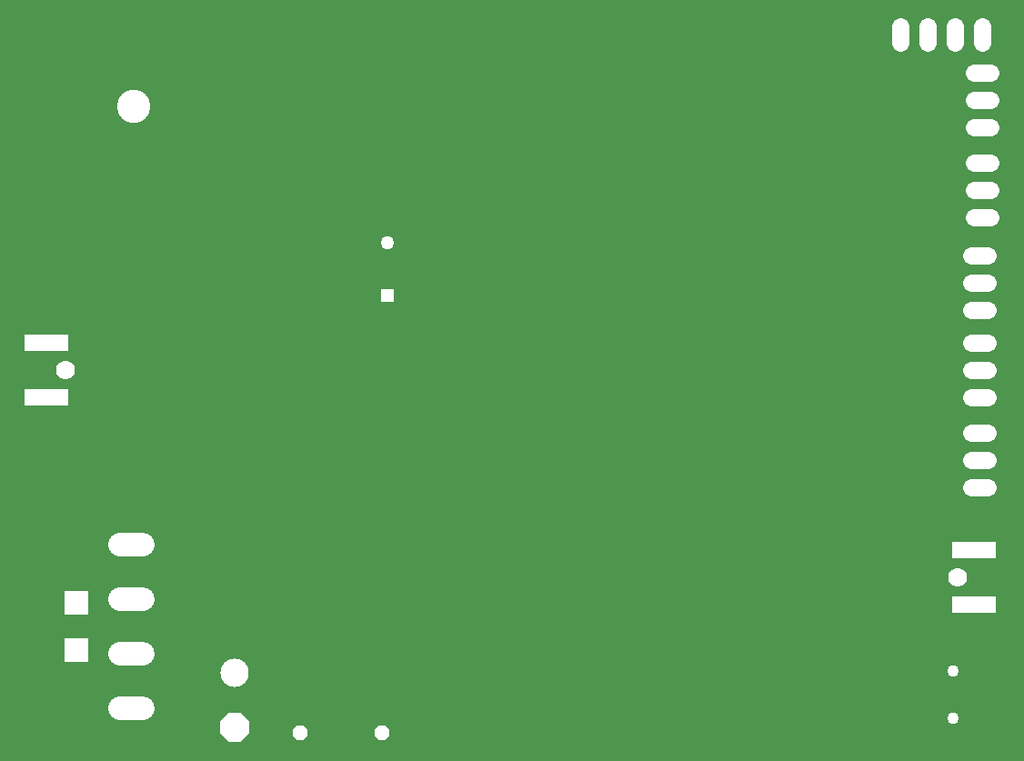
<source format=gbr>
G04 EAGLE Gerber RS-274X export*
G75*
%MOMM*%
%FSLAX34Y34*%
%LPD*%
%INSoldermask Bottom*%
%IPNEG*%
%AMOC8*
5,1,8,0,0,1.08239X$1,22.5*%
G01*
%ADD10R,1.259600X1.259600*%
%ADD11C,1.259600*%
%ADD12C,2.641600*%
%ADD13P,2.859241X8X292.500000*%
%ADD14C,2.197100*%
%ADD15R,2.251600X2.301600*%
%ADD16P,1.539592X8X202.500000*%
%ADD17C,3.101600*%
%ADD18C,1.625600*%
%ADD19R,4.165600X1.625600*%
%ADD20C,1.778000*%
%ADD21C,1.101600*%


D10*
X353060Y427720D03*
D11*
X353060Y476520D03*
D12*
X210820Y76200D03*
D13*
X210820Y25400D03*
D14*
X124778Y195580D02*
X103823Y195580D01*
X103823Y144780D02*
X124778Y144780D01*
X124778Y43180D02*
X103823Y43180D01*
X103823Y93980D02*
X124778Y93980D01*
D15*
X63500Y141380D03*
X63500Y97380D03*
D16*
X347980Y20320D03*
X271780Y20320D03*
D17*
X116460Y603980D03*
D18*
X896620Y414020D02*
X911860Y414020D01*
X911860Y439420D02*
X896620Y439420D01*
X896620Y464820D02*
X911860Y464820D01*
X914400Y500380D02*
X899160Y500380D01*
X899160Y525780D02*
X914400Y525780D01*
X914400Y551180D02*
X899160Y551180D01*
X899160Y584200D02*
X914400Y584200D01*
X914400Y609600D02*
X899160Y609600D01*
X899160Y635000D02*
X914400Y635000D01*
X911860Y332740D02*
X896620Y332740D01*
X896620Y358140D02*
X911860Y358140D01*
X911860Y383540D02*
X896620Y383540D01*
D19*
X899160Y139700D03*
X899160Y190500D03*
D20*
X883920Y165100D03*
X53340Y358140D03*
D19*
X35560Y383540D03*
X35560Y332740D03*
D18*
X830580Y662940D02*
X830580Y678180D01*
X855980Y678180D02*
X855980Y662940D01*
X881380Y662940D02*
X881380Y678180D01*
X906780Y678180D02*
X906780Y662940D01*
X911860Y248920D02*
X896620Y248920D01*
X896620Y274320D02*
X911860Y274320D01*
X911860Y299720D02*
X896620Y299720D01*
D21*
X879000Y33880D03*
X879000Y77880D03*
M02*

</source>
